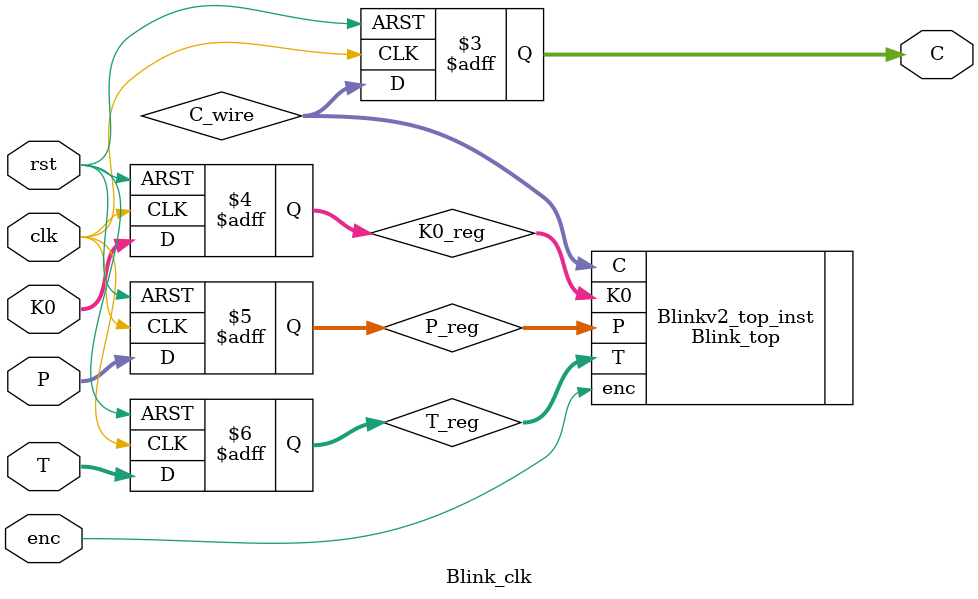
<source format=v>
`include "Blink_top.v"
module Blink_clk
	(clk, rst, enc, K0, P, T, C);
    input clk;
	input rst;
    localparam n = 128;
    localparam tweakLen = 128;
    localparam round = 20;
    localparam dim = 128;

    input enc;
    input [n*(round/2)-1:0] K0;
    //input [(128*2-1)*2-1:0] K1;
    input [n-1:0] P;
    input [tweakLen-1:0] T;
    output [n-1:0] C;
    reg [n-1:0] C;

    wire [n-1:0] C_wire;

    reg [n*(round/2)-1:0] K0_reg;
    //reg [(128*2-1)*2-1:0] K1_reg; 
    reg [n-1:0] P_reg;
    reg [tweakLen-1:0] T_reg; 

    Blink_top
    Blinkv2_top_inst
    (   
        .enc(enc),
        .K0(K0_reg), 
        //.K1(K1_reg), 
        .P(P_reg), 
        .T(T_reg), 
        .C(C_wire)
    );

	always@(posedge clk or negedge rst) begin
        if (rst == 0) begin: branch1
            K0_reg <= 0;
            //K1_reg <= 0; 
            P_reg <= 0;
            T_reg <= 0; 
            C <= 0;
        end
        else begin: branch2
            K0_reg <= K0;
            //K1_reg <= K1; 
            P_reg <= P;
            T_reg <= T; 
            C <= C_wire;
        end

    end
	
endmodule
</source>
